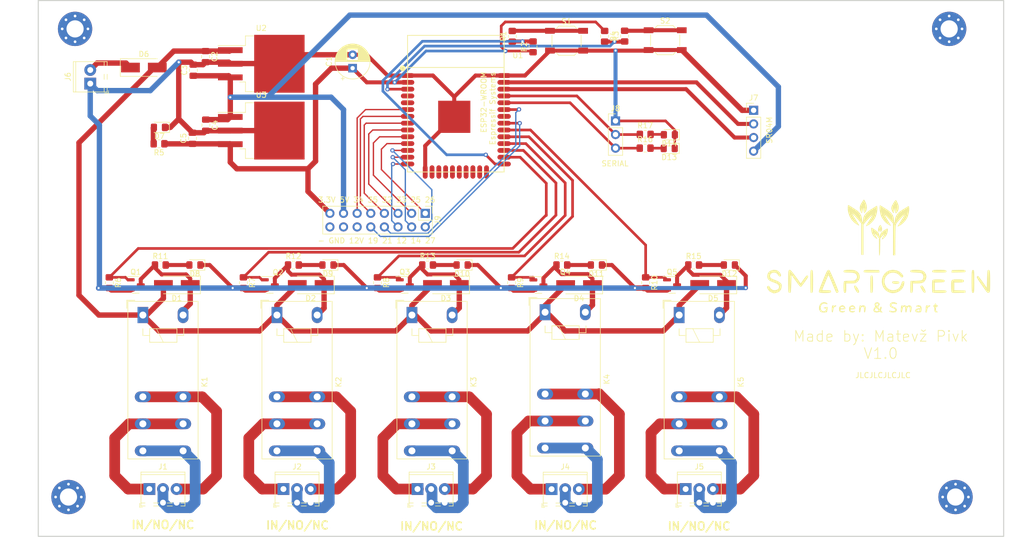
<source format=kicad_pcb>
(kicad_pcb (version 20211014) (generator pcbnew)
  (layers (0 "F.Cu" signal) (31 "B.Cu" signal) (34 "B.Paste" user) (35 "F.Paste" user) (36 "B.SilkS" user "B.Silkscreen") (37 "F.SilkS" user "F.Silkscreen") (38 "B.Mask" user) (39 "F.Mask" user) (44 "Edge.Cuts" user))
  (net 0 "")
  (net 1 "+3V3")
  (net 2 "GND")
  (net 3 "Net-(J1-Pad2)")
  (net 4 "VDD")
  (net 5 "/IO0")
  (net 6 "+5V")
  (net 7 "Net-(D1-Pad1)")
  (net 8 "Net-(D2-Pad1)")
  (net 9 "Net-(D3-Pad1)")
  (net 10 "Net-(D4-Pad1)")
  (net 11 "Net-(D5-Pad1)")
  (net 12 "Net-(D7-Pad2)")
  (net 13 "Net-(J1-Pad1)")
  (net 14 "Net-(J1-Pad3)")
  (net 15 "Net-(J2-Pad1)")
  (net 16 "Net-(J2-Pad2)")
  (net 17 "Net-(J2-Pad3)")
  (net 18 "Net-(J3-Pad1)")
  (net 19 "Net-(J3-Pad2)")
  (net 20 "Net-(J3-Pad3)")
  (net 21 "Net-(J4-Pad1)")
  (net 22 "Net-(J4-Pad2)")
  (net 23 "Net-(J4-Pad3)")
  (net 24 "Net-(J5-Pad1)")
  (net 25 "Net-(J5-Pad2)")
  (net 26 "Net-(J5-Pad3)")
  (net 27 "/Relay1")
  (net 28 "/Relay2")
  (net 29 "/Relay3")
  (net 30 "/Relay4")
  (net 31 "/Relay5")
  (net 32 "Net-(R1-Pad2)")
  (net 33 "Net-(R3-Pad2)")
  (net 34 "Net-(D6-Pad1)")
  (net 35 "/EN")
  (net 36 "Net-(D10-Pad2)")
  (net 38 "Net-(D11-Pad2)")
  (net 48 "Net-(D12-Pad2)")
  (net 49 "Net-(D13-Pad2)")
  (net 50 "Net-(D14-Pad2)")
  (net 51 "/IO34")
  (net 52 "/IO35")
  (net 53 "/IO32")
  (net 54 "/IO33")
  (net 55 "/IO25")
  (net 56 "/IO26")
  (net 59 "/Echo")
  (net 60 "/Trig")
  (net 61 "/TX")
  (net 62 "/RX")
  (net 63 "Net-(D8-Pad2)")
  (net 64 "Net-(D9-Pad2)")
  (net 65 "/IO27")
  (net 66 "/IO14")
  (net 67 "/IO12")
  (net 68 "/IO19")
  (net 69 "/IO21")
  (footprint "Relay_THT:Relay_SPDT_Schrack-RT1-16A-FormC_RM5mm" (layer "F.Cu") (at 64.5 78.7 -90)
    (fp_text reference "K2")
    (fp_text value "RT314A12")
  )
  (footprint "Connector_PinHeader_2.54mm:PinHeader_1x03_P2.54mm_Vertical" (layer "F.Cu") (at 127.63 42.47)
    (fp_text reference "J8")
    (fp_text value "Conn_01x03_Male")
  )
  (footprint "Resistor_SMD:R_0805_2012Metric_Pad1.20x1.40mm_HandSolder" (layer "F.Cu") (at 42.7575 69.36)
    (fp_text reference "R11")
    (fp_text value "470")
  )
  (footprint "LED_SMD:LED_0805_2012Metric_Pad1.15x1.40mm_HandSolder" (layer "F.Cu") (at 74.011668 69.36 180)
    (fp_text reference "D9")
    (fp_text value "LED")
  )
  (footprint "MountingHole:MountingHole_3.2mm_M3_Pad_Via" (layer "F.Cu") (at 26.86 25.29)
    (fp_text reference " ")
    (fp_text value "MountingHole_3.2mm_M3_Pad_Via")
  )
  (footprint "Package_TO_SOT_SMD:SOT-23" (layer "F.Cu") (at 88.34 73.07)
    (fp_text reference "Q3")
    (fp_text value "AO3400A")
  )
  (footprint "LED_SMD:LED_0805_2012Metric_Pad1.15x1.40mm_HandSolder" (layer "F.Cu") (at 49.199168 69.36 180)
    (fp_text reference "D8")
    (fp_text value "LED")
  )
  (footprint "Package_TO_SOT_SMD:SOT-23" (layer "F.Cu") (at 113.25 73.09)
    (fp_text reference "Q4")
    (fp_text value "AO3400A")
  )
  (footprint "TerminalBlock_Phoenix:TerminalBlock_Phoenix_MPT-0,5-3-2.54_1x03_P2.54mm_Horizontal" (layer "F.Cu") (at 115.71 111.19)
    (fp_text reference "J4")
    (fp_text value "Relay_Terminal")
  )
  (footprint "Capacitor_THT:CP_Radial_D6.3mm_P2.50mm" (layer "F.Cu") (at 78.61 32.62238 90)
    (fp_text reference "C1")
    (fp_text value "100uF")
  )
  (footprint "Relay_THT:Relay_SPDT_Schrack-RT1-16A-FormC_RM5mm" (layer "F.Cu") (at 89.67 78.7 -90)
    (fp_text reference "K3")
    (fp_text value "RT314A12")
  )
  (footprint "Relay_THT:Relay_SPDT_Schrack-RT1-16A-FormC_RM5mm" (layer "F.Cu") (at 39.5 78.7 -90)
    (fp_text reference "K1")
    (fp_text value "RT314A12")
  )
  (footprint "Diode_SMD:D_SMA_Handsoldering" (layer "F.Cu") (at 70.79 73.07 180)
    (fp_text reference "D2")
    (fp_text value "DIODE")
  )
  (footprint "TerminalBlock_Phoenix:TerminalBlock_Phoenix_MPT-0,5-2-2.54_1x02_P2.54mm_Horizontal" (layer "F.Cu") (at 29.6889 35.5062 90)
    (fp_text reference "J6")
    (fp_text value "Power_Screw_Terminal")
  )
  (footprint "MountingHole:MountingHole_3.2mm_M3_Pad_Via" (layer "F.Cu") (at 25.63 112.66)
    (fp_text reference " ")
    (fp_text value "MountingHole_3.2mm_M3_Pad_Via")
  )
  (footprint "Package_TO_SOT_SMD:SOT-23" (layer "F.Cu") (at 138.17 73.07)
    (fp_text reference "Q5")
    (fp_text value "AO3400A")
  )
  (footprint "Diode_SMD:D_SMA_Handsoldering" (layer "F.Cu") (at 145.83 73.07 180)
    (fp_text reference "D5")
    (fp_text value "DIODE")
  )
  (footprint "Resistor_SMD:R_0805_2012Metric_Pad1.20x1.40mm_HandSolder" (layer "F.Cu") (at 108.25 72.66 -90)
    (fp_text reference "R9")
    (fp_text value "10k")
  )
  (footprint "Resistor_SMD:R_0805_2012Metric_Pad1.20x1.40mm_HandSolder" (layer "F.Cu") (at 108.38 26.68 90)
    (fp_text reference "R1")
    (fp_text value "1k")
  )
  (footprint "Capacitor_SMD:C_0805_2012Metric_Pad1.18x1.45mm_HandSolder" (layer "F.Cu") (at 51.2489 43.2612 -90)
    (fp_text reference "C4")
    (fp_text value "10uF")
  )
  (footprint "Resistor_SMD:R_0805_2012Metric_Pad1.20x1.40mm_HandSolder" (layer "F.Cu") (at 129.33 26.64 90)
    (fp_text reference "R3")
    (fp_text value "1k")
  )
  (footprint "Capacitor_SMD:C_0805_2012Metric_Pad1.18x1.45mm_HandSolder" (layer "F.Cu") (at 48.9173 33.0025 90)
    (fp_text reference "C3")
    (fp_text value "10uF")
  )
  (footprint "Relay_THT:Relay_SPDT_Schrack-RT1-16A-FormC_RM5mm" (layer "F.Cu") (at 139.5 78.7 -90)
    (fp_text reference "K5")
    (fp_text value "RT314A12")
  )
  (footprint "Relay_THT:Relay_SPDT_Schrack-RT1-16A-FormC_RM5mm" (layer "F.Cu") (at 114.5 78.17 -90)
    (fp_text reference "K4")
    (fp_text value "RT314A12")
  )
  (footprint "Resistor_SMD:R_0805_2012Metric_Pad1.20x1.40mm_HandSolder" (layer "F.Cu") (at 112.25 28.64 90)
    (fp_text reference "R2")
    (fp_text value "10k")
  )
  (footprint "Button_Switch_SMD:SW_SPST_SKQG_WithoutStem" (layer "F.Cu") (at 136.89 27.39)
    (fp_text reference "S2")
    (fp_text value "Reset_button")
  )
  (footprint "Button_Switch_SMD:SW_SPST_SKQG_WithoutStem" (layer "F.Cu") (at 118.5 27.5)
    (fp_text reference "S1")
    (fp_text value "Flash_button")
  )
  (footprint "Capacitor_SMD:C_0805_2012Metric_Pad1.18x1.45mm_HandSolder" (layer "F.Cu") (at 48.7589 45.7112 90)
    (fp_text reference "C5")
    (fp_text value "10uF")
  )
  (footprint "Diode_SMD:D_SMA_Handsoldering" (layer "F.Cu") (at 120.83 73.09 180)
    (fp_text reference "D4")
    (fp_text value "DIODE")
  )
  (footprint "TerminalBlock_Phoenix:TerminalBlock_Phoenix_MPT-0,5-3-2.54_1x03_P2.54mm_Horizontal" (layer "F.Cu") (at 40.71 111.17)
    (fp_text reference "J1")
    (fp_text value "Relay_Terminal")
  )
  (footprint "Diode_SMD:D_SMA_Handsoldering" (layer "F.Cu") (at 39.6889 32.5062)
    (fp_text reference "D6")
    (fp_text value "DIODE")
  )
  (footprint "Resistor_SMD:R_0805_2012Metric_Pad1.20x1.40mm_HandSolder" (layer "F.Cu") (at 42.5189 46.7312 180)
    (fp_text reference "R5")
    (fp_text value "50")
  )
  (footprint "Resistor_SMD:R_0805_2012Metric_Pad1.20x1.40mm_HandSolder" (layer "F.Cu") (at 142.200826 69.36)
    (fp_text reference "R15")
    (fp_text value "470")
  )
  (footprint "Package_TO_SOT_SMD:TO-263-3_TabPin2" (layer "F.Cu") (at 61.5789 44.2712)
    (fp_text reference "U3")
    (fp_text value "LM3940")
  )
  (footprint "MountingHole:MountingHole_3.2mm_M3_Pad_Via" (layer "F.Cu") (at 191.03 112.66)
    (fp_text reference " ")
    (fp_text value "MountingHole_3.2mm_M3_Pad_Via")
  )
  (footprint "LED_SMD:LED_0805_2012Metric_Pad1.15x1.40mm_HandSolder" (layer "F.Cu") (at 137.67 45.05 180)
    (fp_text reference "D14")
    (fp_text value "LED")
  )
  (footprint "ESP32-footprints-Lib:ESP32-WROOM" (layer "F.Cu") (at 97.86 39.25 180)
    (fp_text reference "U1")
    (fp_text value "ESP32-WROOM")
  )
  (footprint "Resistor_SMD:R_0805_2012Metric_Pad1.20x1.40mm_HandSolder" (layer "F.Cu") (at 133.25 72.66 -90)
    (fp_text reference "R10")
    (fp_text value "10k")
  )
  (footprint "LED_SMD:LED_0805_2012Metric_Pad1.15x1.40mm_HandSolder" (layer "F.Cu") (at 148.8575 69.36 180)
    (fp_text reference "D12")
    (fp_text value "LED")
  )
  (footprint "TerminalBlock_Phoenix:TerminalBlock_Phoenix_MPT-0,5-3-2.54_1x03_P2.54mm_Horizontal" (layer "F.Cu") (at 65.71 111.17)
    (fp_text reference "J2")
    (fp_text value "Relay_Terminal")
  )
  (footprint "Connector_PinHeader_2.54mm:PinHeader_1x04_P2.54mm_Vertical" (layer "F.Cu") (at 153.38 40.49)
    (fp_text reference "J7")
    (fp_text value "Conn_01x04_Female")
  )
  (footprint "Resistor_SMD:R_0805_2012Metric_Pad1.20x1.40mm_HandSolder" (layer "F.Cu") (at 117.62 69.36)
    (fp_text reference "R14")
    (fp_text value "470")
  )
  (footprint "Resistor_SMD:R_0805_2012Metric_Pad1.20x1.40mm_HandSolder" (layer "F.Cu") (at 58.25 72.66 -90)
    (fp_text reference "R7")
    (fp_text value "10k")
  )
  (footprint "Package_TO_SOT_SMD:SOT-23" (layer "F.Cu") (at 38.17 73.07)
    (fp_text reference "Q1")
    (fp_text value "AO3400A")
  )
  (footprint "Diode_SMD:D_SMA_Handsoldering" (layer "F.Cu") (at 45.83 73.07 180)
    (fp_text reference "D1")
    (fp_text value "DIODE")
  )
  (footprint "TerminalBlock_Phoenix:TerminalBlock_Phoenix_MPT-0,5-3-2.54_1x03_P2.54mm_Horizontal" (layer "F.Cu") (at 90.71 111.17)
    (fp_text reference "J3")
    (fp_text value "Relay_Terminal")
  )
  (footprint "Resistor_SMD:R_0805_2012Metric_Pad1.20x1.40mm_HandSolder" (layer "F.Cu") (at 133.15 47.55)
    (fp_text reference "R16")
    (fp_text value "50")
  )
  (footprint "TerminalBlock_Phoenix:TerminalBlock_Phoenix_MPT-0,5-3-2.54_1x03_P2.54mm_Horizontal" (layer "F.Cu") (at 140.71 111.17)
    (fp_text reference "J5")
    (fp_text value "Relay_Terminal")
  )
  (footprint "Diode_SMD:D_SMA_Handsoldering" (layer "F.Cu") (at 96 73.07 180)
    (fp_text reference "D3")
    (fp_text value "DIODE")
  )
  (footprint "Resistor_SMD:R_0805_2012Metric_Pad1.20x1.40mm_HandSolder" (layer "F.Cu") (at 125.6 26.67 -90)
    (fp_text reference "R4")
    (fp_text value "10k")
  )
  (footprint "LED_SMD:LED_0805_2012Metric_Pad1.15x1.40mm_HandSolder" (layer "F.Cu") (at 99.031668 69.36 180)
    (fp_text reference "D10")
    (fp_text value "LED")
  )
  (footprint "Connector_PinHeader_2.54mm:PinHeader_2x08_P2.54mm_Vertical" (layer "F.Cu") (at 92.155 59.715 -90)
    (fp_text reference "J9")
    (fp_text value "Conn_2Rows-15Pins")
  )
  (footprint "MountingHole:MountingHole_3.2mm_M3_Pad_Via" (layer "F.Cu") (at 189.84 25.29)
    (fp_text reference " ")
    (fp_text value "MountingHole_3.2mm_M3_Pad_Via")
  )
  (footprint "LED_SMD:LED_0805_2012Metric_Pad1.15x1.40mm_HandSolder" (layer "F.Cu") (at 42.5889 43.6712 180)
    (fp_text reference "D7")
    (fp_text value "LED")
  )
  (footprint "Package_TO_SOT_SMD:TO-263-3_TabPin2" (layer "F.Cu") (at 61.5789 31.8012)
    (fp_text reference "U2")
    (fp_text value "L7805")
  )
  (footprint "LED_SMD:LED_0805_2012Metric_Pad1.15x1.40mm_HandSolder" (layer "F.Cu") (at 124.061668 69.36 180)
    (fp_text reference "D11")
    (fp_text value "LED")
  )
  (footprint "Capacitor_SMD:C_0805_2012Metric_Pad1.18x1.45mm_HandSolder" (layer "F.Cu") (at 51.1889 30.4687 -90)
    (fp_text reference "C2")
    (fp_text value "10uF")
  )
  (footprint "Resistor_SMD:R_0805_2012Metric_Pad1.20x1.40mm_HandSolder" (layer "F.Cu") (at 33.25 72.66 -90)
    (fp_text reference "R6")
    (fp_text value "10k")
  )
  (footprint "Resistor_SMD:R_0805_2012Metric_Pad1.20x1.40mm_HandSolder" (layer "F.Cu") (at 83.25 72.66 -90)
    (fp_text reference "R8")
    (fp_text value "10k")
  )
  (footprint "LED_SMD:LED_0805_2012Metric_Pad1.15x1.40mm_HandSolder" (layer "F.Cu") (at 137.6425 47.6 180)
    (fp_text reference "D13")
    (fp_text value "LED")
  )
  (footprint "Graphics:smartgreen-logo" (layer "F.Cu") (at 176.661558 67.127404)
    (fp_text reference " ")
    (fp_text value "LOGO" hide)
  )
  (footprint "Resistor_SMD:R_0805_2012Metric_Pad1.20x1.40mm_HandSolder" (layer "F.Cu") (at 67.57 69.36)
    (fp_text reference "R12")
    (fp_text value "470")
  )
  (footprint "Resistor_SMD:R_0805_2012Metric_Pad1.20x1.40mm_HandSolder" (layer "F.Cu") (at 133.17 44.98)
    (fp_text reference "R17")
    (fp_text value "50")
  )
  (footprint "Package_TO_SOT_SMD:SOT-23" (layer "F.Cu") (at 63.17 73.07)
    (fp_text reference "Q2")
    (fp_text value "AO3400A")
  )
  (footprint "Resistor_SMD:R_0805_2012Metric_Pad1.20x1.40mm_HandSolder" (layer "F.Cu") (at 92.59 69.36)
    (fp_text reference "R13")
    (fp_text value "470")
  )
  (gr_rect (start 20 20) (end 200 120) (layer "Edge.Cuts") (width 0.2) (fill none))
  (gr_text "SERIAL" (at 127.54 50.43) (layer "F.SilkS") (effects (font (size 1 1))))
  (gr_text "JLCJLCJLCJLC" (at 177.5 89.95) (layer "F.SilkS") (effects (font (size 1 1))))
  (gr_text "IN/NO/NC" (at 68.32 117.94) (layer "F.SilkS") (effects (font (size 1.5 1.5) (thickness 0.3))))
  (gr_text "3.3V 5V 34 35 32 33 25 26\n" (at 83.09 57.19) (layer "F.SilkS") (effects (font (size 1 1))))
  (gr_text "SR04M" (at 156.33 44.2 90) (layer "F.SilkS") (effects (font (size 1 1))))
  (gr_text "IN/NO/NC" (at 143.21 118.12) (layer "F.SilkS") (effects (font (size 1.5 1.5) (thickness 0.3))))
  (gr_text "IN/NO/NC" (at 43.24 117.85) (layer "F.SilkS") (effects (font (size 1.5 1.5) (thickness 0.3))))
  (gr_text "- GND 12V 19 21 12 14 27" (at 83.09 64.81) (layer "F.SilkS") (effects (font (size 1 1))))
  (gr_text "Made by: Matevž Pivk\nV1.0" (at 177.091558 84.267404) (layer "F.SilkS") (effects (font (size 2 2))))
  (gr_text "IN/NO/NC" (at 93.32 118.12) (layer "F.SilkS") (effects (font (size 1.5 1.5) (thickness 0.3))))
  (gr_text "IN/NO/NC" (at 118.31 117.94) (layer "F.SilkS") (effects (font (size 1.5 1.5) (thickness 0.3))))
  (segment (start 57.02 51.4) (end 55.8039 50.1839) (width 1) (layer "F.Cu") (net 1))
  (segment (start 78.61 32.62238) (end 74.66762 32.62238) (width 1) (layer "F.Cu") (net 1))
  (segment (start 106.32 24.75) (end 107.07 24) (width 0.5) (layer "F.Cu") (net 1))
  (segment (start 43.5364 46.7487) (end 43.5189 46.7312) (width 1) (layer "F.Cu") (net 1))
  (segment (start 123.93 24) (end 125.6 25.67) (width 0.5) (layer "F.Cu") (net 1))
  (segment (start 48.7589 46.7487) (end 43.5364 46.7487) (width 1) (layer "F.Cu") (net 1))
  (segment (start 107.07 24) (end 123.93 24) (width 0.5) (layer "F.Cu") (net 1))
  (segment (start 88.86 35.27) (end 86.45 35.27) (width 0.75) (layer "F.Cu") (net 1))
  (segment (start 112.03 29.42) (end 112.25 29.64) (width 0.5) (layer "F.Cu") (net 1))
  (segment (start 48.7589 46.7487) (end 55.7414 46.7487) (width 1) (layer "F.Cu") (net 1))
  (segment (start 55.8039 50.1839) (end 55.8039 46.8112) (width 1) (layer "F.Cu") (net 1))
  (segment (start 71.7 35.59) (end 71.7 49.99) (width 1) (layer "F.Cu") (net 1))
  (segment (start 48.8214 46.8112) (end 48.7589 46.7487) (width 1) (layer "F.Cu") (net 1))
  (segment (start 78.61 32.62238) (end 81.25762 35.27) (width 0.75) (layer "F.Cu") (net 1))
  (segment (start 81.25762 35.27) (end 86.45 35.27) (width 0.75) (layer "F.Cu") (net 1))
  (segment (start 74.66762 32.62238) (end 71.7 35.59) (width 1) (layer "F.Cu") (net 1))
  (segment (start 70.29 55.63) (end 74.375 59.715) (width 1) (layer "F.Cu") (net 1))
  (segment (start 107.1 29.42) (end 112.03 29.42) (width 0.5) (layer "F.Cu") (net 1))
  (segment (start 70.29 51.4) (end 70.29 55.63) (width 1) (layer "F.Cu") (net 1))
  (segment (start 70.29 51.4) (end 57.02 51.4) (width 1) (layer "F.Cu") (net 1))
  (segment (start 55.8039 46.8112) (end 55.7414 46.7487) (width 1) (layer "F.Cu") (net 1))
  (segment (start 107.1 29.42) (end 106.32 28.64) (width 0.5) (layer "F.Cu") (net 1))
  (segment (start 106.32 28.64) (end 106.32 24.75) (width 0.5) (layer "F.Cu") (net 1))
  (segment (start 71.7 49.99) (end 70.29 51.4) (width 1) (layer "F.Cu") (net 1))
  (via (at 86.45 35.27) (size 0.8) (drill 0.4) (layers "F.Cu" "B.Cu") (net 1))
  (via (at 107.1 29.42) (size 0.8) (drill 0.4) (layers "F.Cu" "B.Cu") (net 1))
  (segment (start 92.3 29.42) (end 107.1 29.42) (width 0.5) (layer "B.Cu") (net 1))
  (segment (start 86.45 35.27) (end 92.3 29.42) (width 0.5) (layer "B.Cu") (net 1))
  (segment (start 86.45 35.27) (end 86.43 35.29) (width 0.75) (layer "B.Cu") (net 1))
  (segment (start 50.8739 44.6737) (end 51.2489 44.2987) (width 1) (layer "F.Cu") (net 2))
  (segment (start 55.7764 44.2987) (end 55.8039 44.2712) (width 1) (layer "F.Cu") (net 2))
  (segment (start 75.036668 69.36) (end 76.95 69.36) (width 0.75) (layer "F.Cu") (net 2))
  (segment (start 44.6214 43.6712) (end 46.1889 42.1037) (width 1) (layer "F.Cu") (net 2))
  (segment (start 126.95 69.36) (end 131.25 73.66) (width 0.75) (layer "F.Cu") (net 2))
  (segment (start 100.056668 69.36) (end 101.95 69.36) (width 0.75) (layer "F.Cu") (net 2))
  (segment (start 133.61 74.02) (end 133.25 73.66) (width 0.5) (layer "F.Cu") (net 2))
  (segment (start 81.25 73.66) (end 83.25 73.66) (width 1) (layer "F.Cu") (net 2))
  (segment (start 106.86 34) (end 110.75 34) (width 0.75) (layer "F.Cu") (net 2))
  (segment (start 136.96 42.47) (end 127.63 42.47) (width 0.5) (layer "F.Cu") (net 2))
  (segment (start 78.61 30.12238) (end 66.63272 30.12238) (width 1) (layer "F.Cu") (net 2))
  (segment (start 138.695 45.05) (end 138.695 44.205) (width 0.5) (layer "F.Cu") (net 2))
  (segment (start 137.2325 74.02) (end 133.61 74.02) (width 1) (layer "F.Cu") (net 2))
  (segment (start 55.7915 31.7618) (end 64.9415 31.7618) (width 1) (layer "F.Cu") (net 2))
  (segment (start 125.086668 69.36) (end 126.95 69.36) (width 0.75) (layer "F.Cu") (net 2))
  (segment (start 50.7301 31.965) (end 51.1889 31.5062) (width 1) (layer "F.Cu") (net 2))
  (segment (start 151.91 71.3875) (end 149.8825 69.36) (width 0.75) (layer "F.Cu") (net 2))
  (segment (start 121.6 29.35) (end 127.64 29.35) (width 0.75) (layer "F.Cu") (net 2))
  (segment (start 66.63272 30.12238) (end 64.9539 31.8012) (width 1) (layer "F.Cu") (net 2))
  (segment (start 51.95 69.36) (end 56.25 73.66) (width 0.75) (layer "F.Cu") (net 2))
  (segment (start 48.7589 44.6737) (end 50.8739 44.6737) (width 1) (layer "F.Cu") (net 2))
  (segment (start 97.56 37.97) (end 101.53 34) (width 0.75) (layer "F.Cu") (net 2))
  (segment (start 83.61 74.02) (end 83.25 73.66) (width 0.5) (layer "F.Cu") (net 2))
  (segment (start 101.53 34) (end 106.86 34) (width 0.75) (layer "F.Cu") (net 2))
  (segment (start 138.6675 45.0775) (end 138.695 45.05) (width 0.5) (layer "F.Cu") (net 2))
  (segment (start 46.1889 31.5062) (end 46.1889 42.1037) (width 1) (layer "F.Cu") (net 2))
  (segment (start 106.25 73.66) (end 108.25 73.66) (width 1) (layer "F.Cu") (net 2))
  (segment (start 92.145 47.115) (end 92.145 52) (width 0.75) (layer "F.Cu") (net 2))
  (segment (start 97.56 37.97) (end 93.59 34) (width 0.75) (layer "F.Cu") (net 2))
  (segment (start 97.56 41.7) (end 97.57 41.7) (width 0.75) (layer "F.Cu") (net 2))
  (segment (start 62.2325 74.02) (end 58.61 74.02) (width 1) (layer "F.Cu") (net 2))
  (segment (start 97.57 41.7) (end 97.61 41.66) (width 0.75) (layer "F.Cu") (net 2))
  (segment (start 43.6139 43.6712) (end 44.6214 43.6712) (width 1) (layer "F.Cu") (net 2))
  (segment (start 56.25 73.66) (end 58.25 73.66) (width 1) (layer "F.Cu") (net 2))
  (segment (start 85.13 34) (end 81.25238 30.12238) (width 0.75) (layer "F.Cu") (net 2))
  (segment (start 46.1889 31.5062) (end 48.4585 31.5062) (width 1) (layer "F.Cu") (net 2))
  (segment (start 37.2325 74.02) (end 33.61 74.02) (width 1) (layer "F.Cu") (net 2))
  (segment (start 133.68 29.35) (end 133.79 29.24) (width 0.75) (layer "F.Cu") (net 2))
  (segment (start 48.4585 31.5062) (end 48.9173 31.965) (width 1) (layer "F.Cu") (net 2))
  (segment (start 51.1889 31.5062) (end 55.5089 31.5062) (width 1) (layer "F.Cu") (net 2))
  (segment (start 131.25 73.66) (end 133.25 73.66) (width 1) (layer "F.Cu") (net 2))
  (segment (start 138.6675 47.6) (end 138.6675 45.0775) (width 0.5) (layer "F.Cu") (net 2))
  (segment (start 151.24 40.49) (end 139.99 29.24) (width 1) (layer "F.Cu") (net 2))
  (segment (start 81.25238 30.12238) (end 78.61 30.12238) (width 0.75) (layer "F.Cu") (net 2))
  (segment (start 50.224168 69.36) (end 51.95 69.36) (width 0.75) (layer "F.Cu") (net 2))
  (segment (start 64.9539 31.8012) (end 64.9539 31.7742) (width 0.75) (layer "F.Cu") (net 2))
  (segment (start 87.4025 74.02) (end 83.61 74.02) (width 1) (layer "F.Cu") (net 2))
  (segment (start 31.25 73.66) (end 33.25 73.66) (width 1) (layer "F.Cu") (net 2))
  (segment (start 127.64 29.35) (end 133.68 29.35) (width 0.75) (layer "F.Cu") (net 2))
  (segment (start 151.91 73.63) (end 151.91 71.3875) (width 0.75) (layer "F.Cu") (net 2))
  (segment (start 33.61 74.02) (end 33.25 73.66) (width 0.5) (layer "F.Cu") (net 2))
  (segment (start 112.3125 74.04) (end 108.63 74.04) (width 1) (layer "F.Cu") (net 2))
  (segment (start 64.9539 31.7742) (end 64.9415 31.7618) (width 0.75) (layer "F.Cu") (net 2))
  (segment (start 108.63 74.04) (end 108.25 73.66) (width 0.5) (layer "F.Cu") (net 2))
  (segment (start 88.86 34) (end 85.13 34) (width 0.75) (layer "F.Cu") (net 2))
  (segment (start 115.4 29.35) (end 121.6 29.35) (width 0.75) (layer "F.Cu") (net 2))
  (segment (start 93.59 34) (end 88.86 34) (width 0.75) (layer "F.Cu") (net 2))
  (segment (start 76.95 69.36) (end 81.25 73.66) (width 0.75) (layer "F.Cu") (net 2))
  (segment (start 58.61 74.02) (end 58.25 73.66) (width 0.5) (layer "F.Cu") (net 2))
  (segment (start 55.5089 31.5062) (end 55.8039 31.8012) (width 1) (layer "F.Cu") (net 2))
  (segment (start 97.56 41.7) (end 97.56 37.97) (width 0.75) (layer "F.Cu") (net 2))
  (segment (start 48.9173 31.965) (end 50.7301 31.965) (width 1) (layer "F.Cu") (net 2))
  (segment (start 51.2489 44.2987) (end 55.7764 44.2987) (width 1) (layer "F.Cu") (net 2))
  (segment (start 138.695 44.205) (end 136.96 42.47) (width 0.5) (layer "F.Cu") (net 2))
  (segment (start 46.1889 42.1037) (end 48.7589 44.6737) (width 1) (layer "F.Cu") (net 2))
  (segment (start 127.64 42.46) (end 127.63 42.47) (width 0.75) (layer "F.Cu") (net 2))
  (segment (start 101.95 69.36) (end 106.25 73.66) (width 0.75) (layer "F.Cu") (net 2))
  (segment (start 153.38 40.49) (end 151.24 40.49) (width 1) (layer "F.Cu") (net 2))
  (segment (start 133.79 29.24) (end 139.99 29.24) (width 0.75) (layer "F.Cu") (net 2))
  (segment (start 55.8039 44.2712) (end 64.9539 44.2712) (width 1) (layer "F.Cu") (net 2))
  (segment (start 97.56 41.7) (end 92.145 47.115) (width 0.75) (layer "F.Cu") (net 2))
  (segment (start 110.75 34) (end 115.4 29.35) (width 0.75) (layer "F.Cu") (net 2))
  (via (at 46.1889 31.5062) (size 0.8) (drill 0.4) (layers "F.Cu" "B.Cu") (net 2))
  (via (at 127.64 29.35) (size 0.8) (drill 0.4) (layers "F.Cu" "B.Cu") (net 2))
  (via (at 151.91 73.63) (size 0.8) (drill 0.4) (layers "F.Cu" "B.Cu") (net 2))
  (via (at 31.25 73.66) (size 0.8) (drill 0.4) (layers "F.Cu" "B.Cu") (net 2))
  (via (at 131.25 73.66) (size 0.8) (drill 0.4) (layers "F.Cu" "B.Cu") (net 2))
  (via (at 106.25 73.66) (size 0.8) (drill 0.4) (layers "F.Cu" "B.Cu") (net 2))
  (via (at 81.25 73.66) (size 0.8) (drill 0.4) (layers "F.Cu" "B.Cu") (net 2))
  (via (at 56.25 73.66) (size 0.8) (drill 0.4) (layers "F.Cu" "B.Cu") (net 2))
  (via (at 46.1889 31.5062) (size 0.8) (drill 0.4) (layers "F.Cu" "B.Cu") (net 2))
  (segment (start 31.25 73.66) (end 31.3989 73.5111) (width 1) (layer "B.Cu") (net 2))
  (segment (start 29.6889 35.5062) (end 30.988421 36.805721) (width 1) (layer "B.Cu") (net 2))
  (segment (start 31.3989 73.5111) (end 31.3989 43.2362) (width 1) (layer "B.Cu") (net 2))
  (segment (start 40.889379 36.805721) (end 46.1889 31.5062) (width 1) (layer "B.Cu") (net 2))
  (segment (start 127.63 29.36) (end 127.63 42.47) (width 0.75) (layer "B.Cu") (net 2))
  (segment (start 151.88 73.66) (end 151.91 73.63) (width 0.75) (layer "B.Cu") (net 2))
  (segment (start 127.64 29.35) (end 127.63 29.36) (width 0.75) (layer "B.Cu") (net 2))
  (segment (start 106.25 73.66) (end 131.25 73.66) (width 1) (layer "B.Cu") (net 2))
  (segment (start 56.25 73.66) (end 81.25 73.66) (width 1) (layer "B.Cu") (net 2))
  (segment (start 30.988421 36.805721) (end 40.889379 36.805721) (width 1) (layer "B.Cu") (net 2))
  (segment (start 29.6889 41.5262) (end 29.6889 35.5062) (width 1) (layer "B.Cu") (net 2))
  (segment (start 81.25 73.66) (end 106.25 73.66) (width 1) (layer "B.Cu") (net 2))
  (segment (start 131.25 73.66) (end 151.88 73.66) (width 0.75) (layer "B.Cu") (net 2))
  (segment (start 31.3989 43.2362) (end 29.6889 41.5262) (width 1) (layer "B.Cu") (net 2))
  (segment (start 31.25 73.66) (end 56.25 73.66) (width 1) (layer "B.Cu") (net 2))
  (segment (start 48.25 114.66) (end 49.25 113.66) (width 2) (layer "B.Cu") (net 3))
  (segment (start 43.25 113.66) (end 44.25 114.66) (width 2) (layer "B.Cu") (net 3))
  (segment (start 43.25 111.17) (end 43.25 113.66) (width 2) (layer "B.Cu") (net 3))
  (segment (start 49.25 106.29) (end 47 104.04) (width 2) (layer "B.Cu") (net 3))
  (segment (start 49.25 113.66) (end 49.25 106.29) (width 2) (layer "B.Cu") (net 3))
  (segment (start 44.25 114.66) (end 48.25 114.66) (width 2) (layer "B.Cu") (net 3))
  (segment (start 47 104.04) (end 39.5 104.04) (width 2) (layer "B.Cu") (net 3))
  (segment (start 39.5 78.7) (end 42.46 81.66) (width 1) (layer "F.Cu") (net 4))
  (segment (start 43.33 75.58) (end 43.33 73.07) (width 1) (layer "F.Cu") (net 4))
  (segment (start 64.5 78.7) (end 64.5 78.91) (width 1) (layer "F.Cu") (net 4))
  (segment (start 89.67 78.7) (end 89.67 76.9) (width 1) (layer "F.Cu") (net 4))
  (segment (start 40.21 78.7) (end 43.33 75.58) (width 1) (layer "F.Cu") (net 4))
  (segment (start 139.5 76.9) (end 143.33 73.07) (width 1) (layer "F.Cu") (net 4))
  (segment (start 55.5821 29.4312) (end 55.7915 29.2218) (width 0.5) (layer "F.Cu") (net 4))
  (segment (start 111.25 81.66) (end 114.5 78.41) (width 1) (layer "F.Cu") (net 4))
  (segment (start 67.46 81.66) (end 86.71 81.66) (width 1) (layer "F.Cu") (net 4))
  (segment (start 41.6138 32.5062) (end 27.59 46.53) (width 1) (layer "F.Cu") (net 4))
  (segment (start 55.6339 29.4312) (end 55.8039 29.2612) (width 1) (layer "F.Cu") (net 4))
  (segment (start 64.5 78.7) (end 64.5 76.86) (width 1) (layer "F.Cu") (net 4))
  (segment (start 86.71 81.66) (end 89.67 78.7) (width 1) (layer "F.Cu") (net 4))
  (segment (start 27.59 75) (end 31.29 78.7) (width 1) (layer "F.Cu") (net 4))
  (segment (start 64.5 78.7) (end 67.46 81.66) (width 1) (layer "F.Cu") (net 4))
  (segment (start 114.5 78.17) (end 114.76 78.17) (width 1) (layer "F.Cu") (net 4))
  (segment (start 64.5 76.86) (end 68.29 73.07) (width 1) (layer "F.Cu") (net 4))
  (segment (start 90.29 78.7) (end 93.25 81.66) (width 1) (layer "F.Cu") (net 4))
  (segment (start 114.5 78.17) (end 114.5 76.92) (width 1) (layer "F.Cu") (net 4))
  (segment (start 114.5 76.92) (end 118.33 73.09) (width 1) (layer "F.Cu") (net 4))
  (segment (start 139.5 78.7) (end 139.5 76.9) (width 1) (layer "F.Cu") (net 4))
  (segment (start 42.1889 32.5062) (end 41.6138 32.5062) (width 1) (layer "F.Cu") (net 4))
  (segment (start 31.29 78.7) (end 39.5 78.7) (width 1) (layer "F.Cu") (net 4))
  (segment (start 136.54 81.66) (end 139.5 78.7) (width 1) (layer "F.Cu") (net 4))
  (segment (start 89.67 76.9) (end 93.5 73.07) (width 1) (layer "F.Cu") (net 4))
  (segment (start 89.67 78.7) (end 90.29 78.7) (width 1) (layer "F.Cu") (net 4))
  (segment (start 39.5 78.7) (end 40.21 78.7) (width 1) (layer "F.Cu") (net 4))
  (segment (start 51.1889 29.4312) (end 45.2639 29.4312) (width 1) (layer "F.Cu") (net 4))
  (segment (start 27.59 46.53) (end 27.59 75) (width 1) (layer "F.Cu") (net 4))
  (segment (start 45.2639 29.4312) (end 42.1889 32.5062) (width 1) (layer "F.Cu") (net 4))
  (segment (start 42.46 81.66) (end 61.25 81.66) (width 1) (layer "F.Cu") (net 4))
  (segment (start 93.25 81.66) (end 111.25 81.66) (width 1) (layer "F.Cu") (net 4))
  (segment (start 118.25 81.66) (end 136.54 81.66) (width 1) (layer "F.Cu") (net 4))
  (segment (start 114.76 78.17) (end 118.25 81.66) (width 1) (layer "F.Cu") (net 4))
  (segment (start 114.5 78.41) (end 114.5 78.17) (width 1) (layer "F.Cu") (net 4))
  (segment (start 51.1889 29.4312) (end 55.6339 29.4312) (width 1) (layer "F.Cu") (net 4))
  (segment (start 64.21 78.7) (end 64.5 78.7) (width 1) (layer "F.Cu") (net 4))
  (segment (start 61.25 81.66) (end 64.21 78.7) (width 1) (layer "F.Cu") (net 4))
  (segment (start 112.25 27.64) (end 110.28 27.64) (width 0.75) (layer "F.Cu") (net 5))
  (segment (start 106.86 50.51) (end 105.16 50.51) (width 0.5) (layer "F.Cu") (net 5))
  (segment (start 105.16 50.51) (end 103.44 48.79) (width 0.5) (layer "F.Cu") (net 5))
  (segment (start 108.42 27.64) (end 108.38 27.68) (width 0.75) (layer "F.Cu") (net 5))
  (segment (start 110.28 27.64) (end 108.42 27.64) (width 0.75) (layer "F.Cu") (net 5))
  (segment (start 109.35 27.66) (end 109.34 27.65) (width 0.25) (layer "F.Cu") (net 5))
  (segment (start 108.48 27.58) (end 108.38 27.68) (width 0.75) (layer "F.Cu") (net 5))
  (via (at 110.28 27.64) (size 0.8) (drill 0.4) (layers "F.Cu" "B.Cu") (net 5))
  (via (at 110.28 27.64) (size 0.8) (drill 0.4) (layers "F.Cu" "B.Cu") (net 5))
  (via (at 103.44 48.79) (size 0.8) (drill 0.4) (layers "F.Cu" "B.Cu") (net 5))
  (segment (start 96.138609 48.79) (end 84.260489 36.91188) (width 0.5) (layer "B.Cu") (net 5))
  (segment (start 84.260489 34.959511) (end 91.62 27.6) (width 0.5) (layer "B.Cu") (net 5))
  (segment (start 84.260489 36.91188) (end 84.260489 34.959511) (width 0.5) (layer "B.Cu") (net 5))
  (segment (start 103.44 48.79) (end 96.138609 48.79) (width 0.5) (layer "B.Cu") (net 5))
  (segment (start 110.24 27.6) (end 110.28 27.64) (width 0.5) (layer "B.Cu") (net 5))
  (segment (start 91.62 27.6) (end 110.24 27.6) (width 0.5) (layer "B.Cu") (net 5))
  (segment (start 48.9173 34.04) (end 55.5027 34.04) (width 1) (layer "F.Cu") (net 6))
  (segment (start 153.54 48.27) (end 153.38 48.11) (width 1) (layer "F.Cu") (net 6))
  (segment (start 51.2489 42.2237) (end 55.3114 42.2237) (width 1) (layer "F.Cu") (net 6))
  (segment (start 55.5027 34.04) (end 55.8039 34.3412) (width 1) (layer "F.Cu") (net 6))
  (segment (start 55.8039 38.0461) (end 55.8039 41.7312) (width 1) (layer "F.Cu") (net 6))
  (segment (start 55.8039 34.3412) (end 55.8039 38.0461) (width 1) (layer "F.Cu") (net 6))
  (segment (start 55.3114 42.2237) (end 55.8039 41.7312) (width 1) (layer "F.Cu") (net 6))
  (segment (start 76.84 59.64) (end 76.915 59.715) (width 1) (layer "F.Cu") (net 6))
  (via (at 55.8039 38.0461) (size 0.8) (drill 0.4) (layers "F.Cu" "B.Cu") (net 6))
  (segment (start 78.08 22.72) (end 144.61 22.72) (width 1) (layer "B.Cu") (net 6))
  (segment (start 76.915 40.355) (end 76.915 59.715) (width 1) (layer "B.Cu") (net 6))
  (segment (start 144.61 22.72) (end 158 36.11) (width 1) (layer "B.Cu") (net 6))
  (segment (start 62.7539 38.0461) (end 74.6061 38.0461) (width 1) (layer "B.Cu") (net 6))
  (segment (start 62.7539 38.0461) (end 78.08 22.72) (width 1) (layer "B.Cu") (net 6))
  (segment (start 55.8039 38.0461) (end 62.7539 38.0461) (width 1) (layer "B.Cu") (net 6))
  (segment (start 158 43.49) (end 153.38 48.11) (width 1) (layer "B.Cu") (net 6))
  (segment (start 158 36.11) (end 158 43.49) (width 1) (layer "B.Cu") (net 6))
  (segment (start 74.6061 38.0461) (end 76.915 40.355) (width 1) (layer "B.Cu") (net 6))
  (segment (start 47.56 71.12) (end 48.33 71.89) (width 0.75) (layer "F.Cu") (net 7))
  (segment (start 48.33 71.89) (end 48.33 73.07) (width 0.75) (layer "F.Cu") (net 7))
  (segment (start 39.1075 73.07) (end 39.1075 72.01) (width 0.75) (layer "F.Cu") (net 7))
  (segment (start 47 78.7) (end 47 77.91) (width 1) (layer "F.Cu") (net 7))
  (segment (start 41.7575 69.36) (end 41.7575 69.8775) (width 0.75) (layer "F.Cu") (net 7))
  (segment (start 47 77.91) (end 48.33 76.58) (width 1) (layer "F.Cu") (net 7))
  (segment (start 39.13 73.0475) (end 39.1075 73.07) (width 0.5) (layer "F.Cu") (net 7))
  (segment (start 43 71.12) (end 47.56 71.12) (width 0.75) (layer "F.Cu") (net 7))
  (segment (start 39.1075 72.01) (end 41.7575 69.36) (width 0.75) (layer "F.Cu") (net 7))
  (segment (start 48.33 76.58) (end 48.33 73.07) (width 1) (layer "F.Cu") (net 7))
  (segment (start 41.7575 69.8775) (end 43 71.12) (width 0.75) (layer "F.Cu") (net 7))
  (segment (start 64.1075 73.07) (end 64.1075 71.8225) (width 0.75) (layer "F.Cu") (net 8))
  (segment (start 64.1075 71.8225) (end 66.57 69.36) (width 0.75) (layer "F.Cu") (net 8))
  (segment (start 64.1075 73.07) (end 64.19 73.07) (width 0.5) (layer "F.Cu") (net 8))
  (segment (start 66.57 70.51) (end 67.21 71.15) (width 0.75) (layer "F.Cu") (net 8))
  (segment (start 66.57 69.36) (end 66.57 70.51) (width 0.75) (layer "F.Cu") (net 8))
  (segment (start 64.19 73.07) (end 64.22 73.04) (width 0.5) (layer "F.Cu") (net 8))
  (segment (start 73.29 77.41) (end 72 78.7) (width 1) (layer "F.Cu") (net 8))
  (segment (start 72.42 71.15) (end 73.29 72.02) (width 0.75) (layer "F.Cu") (net 8))
  (segment (start 73.29 73.07) (end 73.29 77.41) (width 1) (layer "F.Cu") (net 8))
  (segment (start 67.21 71.15) (end 72.42 71.15) (width 0.75) (layer "F.Cu") (net 8))
  (segment (start 73.29 72.02) (end 73.29 73.07) (width 0.75) (layer "F.Cu") (net 8))
  (segment (start 91.59 70.14) (end 92.57 71.12) (width 0.75) (layer "F.Cu") (net 9))
  (segment (start 98.5 72.08) (end 98.5 73.07) (width 0.75) (layer "F.Cu") (net 9))
  (segment (start 91.59 69.36) (end 91.59 70.14) (width 0.75) (layer "F.Cu") (net 9))
  (segment (start 89.2775 71.6725) (end 91.59 69.36) (width 0.75) (layer "F.Cu") (net 9))
  (segment (start 89.2775 73.07) (end 89.2775 71.6725) (width 0.75) (layer "F.Cu") (net 9))
  (segment (start 98.5 73.07) (end 98.5 77.37) (width 1) (layer "F.Cu") (net 9))
  (segment (start 92.57 71.12) (end 97.54 71.12) (width 0.75) (layer "F.Cu") (net 9))
  (segment (start 98.5 77.37) (end 97.17 78.7) (width 1) (layer "F.Cu") (net 9))
  (segment (start 97.54 71.12) (end 98.5 72.08) (width 0.75) (layer "F.Cu") (net 9))
  (segment (start 123.33 71.93) (end 123.33 73.09) (width 0.75) (layer "F.Cu") (net 10))
  (segment (start 114.1875 73.09) (end 114.1875 71.7925) (width 0.75) (layer "F.Cu") (net 10))
  (segment (start 117.56 71.06) (end 122.46 71.06) (width 0.75) (layer "F.Cu") (net 10))
  (segment (start 122.46 71.06) (end 123.33 71.93) (width 0.75) (layer "F.Cu") (net 10))
  (segment (start 114.1875 71.7925) (end 116.62 69.36) (width 0.75) (layer "F.Cu") (net 10))
  (segment (start 123.33 76.84) (end 122 78.17) (width 1) (layer "F.Cu") (net 10))
  (segment (start 123.33 73.09) (end 123.33 76.84) (width 1) (layer "F.Cu") (net 10))
  (segment (start 116.62 69.36) (end 116.62 70.12) (width 0.75) (layer "F.Cu") (net 10))
  (segment (start 116.62 70.12) (end 117.56 71.06) (width 0.75) (layer "F.Cu") (net 10))
  (segment (start 148.33 72.34) (end 148.33 73.07) (width 0.75) (layer "F.Cu") (net 11))
  (segment (start 148.33 77.37) (end 147 78.7) (width 1) (layer "F.Cu") (net 11))
  (segment (start 141.200826 69.36) (end 141.24 69.399174) (width 0.75) (layer "F.Cu") (net 11))
  (segment (start 148.33 73.07) (end 148.33 77.37) (width 1) (layer "F.Cu") (net 11))
  (segment (start 141.24 70.31) (end 142.11 71.18) (width 0.75) (layer "F.Cu") (net 11))
  (segment (start 141.24 69.399174) (end 141.24 70.31) (width 0.75) (layer "F.Cu") (net 11))
  (segment (start 139.1075 71.453326) (end 141.200826 69.36) (width 0.75) (layer "F.Cu") (net 11))
  (segment (start 142.11 71.18) (end 147.17 71.18) (width 0.75) (layer "F.Cu") (net 11))
  (segment (start 139.1075 73.07) (end 139.1075 71.453326) (width 0.75) (layer "F.Cu") (net 11))
  (segment (start 147.17 71.18) (end 148.33 72.34) (width 0.75) (layer "F.Cu") (net 11))
  (segment (start 41.5189 46.7312) (end 41.4989 46.7312) (width 1) (layer "F.Cu") (net 12))
  (segment (start 41.4689 43.7662) (end 41.5639 43.6712) (width 1) (layer "F.Cu") (net 12))
  (segment (start 41.4689 46.7012) (end 41.4689 43.7662) (width 1) (layer "F.Cu") (net 12))
  (segment (start 41.4989 46.7312) (end 41.4689 46.7012) (width 1) (layer "F.Cu") (net 12))
  (segment (start 50.55 93.96) (end 53.25 96.66) (width 2) (layer "F.Cu") (net 13))
  (segment (start 53.25 96.66) (end 53.25 108.66) (width 2) (layer "F.Cu") (net 13))
  (segment (start 47 93.96) (end 39.5 93.96) (width 2) (layer "F.Cu") (net 13))
  (segment (start 50.74 111.17) (end 45.79 111.17) (width 2) (layer "F.Cu") (net 13))
  (segment (start 47 93.96) (end 50.55 93.96) (width 2) (layer "F.Cu") (net 13))
  (segment (start 53.25 108.66) (end 50.74 111.17) (width 2) (layer "F.Cu") (net 13))
  (segment (start 36.76 111.17) (end 40.71 111.17) (width 2) (layer "F.Cu") (net 14))
  (segment (start 39.5 99) (end 36.91 99) (width 2) (layer "F.Cu") (net 14))
  (segment (start 34.25 101.66) (end 34.25 108.66) (width 2) (layer "F.Cu") (net 14))
  (segment (start 47 99) (end 39.5 99) (width 2) (layer "F.Cu") (net 14))
  (segment (start 36.91 99) (end 34.25 101.66) (width 2) (layer "F.Cu") (net 14))
  (segment (start 34.25 108.66) (end 36.76 111.17) (width 2) (layer "F.Cu") (net 14))
  (segment (start 78.25 96.66) (end 78.25 108.66) (width 2) (layer "F.Cu") (net 15))
  (segment (start 72 93.96) (end 75.55 93.96) (width 2) (layer "F.Cu") (net 15))
  (segment (start 72 93.96) (end 64.5 93.96) (width 2) (layer "F.Cu") (net 15))
  (segment (start 75.74 111.17) (end 70.79 111.17) (width 2) (layer "F.Cu") (net 15))
  (segment (start 75.55 93.96) (end 78.25 96.66) (width 2) (layer "F.Cu") (net 15))
  (segment (start 78.25 108.66) (end 75.74 111.17) (width 2) (layer "F.Cu") (net 15))
  (segment (start 73.25 114.66) (end 74.25 113.66) (width 2) (layer "B.Cu") (net 16))
  (segment (start 64.5 104.04) (end 72 104.04) (width 2) (layer "B.Cu") (net 16))
  (segment (start 74.25 113.66) (end 74.25 106.29) (width 2) (layer "B.Cu") (net 16))
  (segment (start 74.25 106.29) (end 72 104.04) (width 2) (layer "B.Cu") (net 16))
  (segment (start 68.25 111.17) (end 68.25 113.66) (width 2) (layer "B.Cu") (net 16))
  (segment (start 68.25 113.66) (end 69.25 114.66) (width 2) (layer "B.Cu") (net 16))
  (segment (start 69.25 114.66) (end 73.25 114.66) (width 2) (layer "B.Cu") (net 16))
  (segment (start 64.5 99) (end 61.91 99) (width 2) (layer "F.Cu") (net 17))
  (segment (start 59.25 108.66) (end 61.76 111.17) (width 2) (layer "F.Cu") (net 17))
  (segment (start 61.91 99) (end 59.25 101.66) (width 2) (layer "F.Cu") (net 17))
  (segment (start 59.25 101.66) (end 59.25 108.66) (width 2) (layer "F.Cu") (net 17))
  (segment (start 61.76 111.17) (end 65.71 111.17) (width 2) (layer "F.Cu") (net 17))
  (segment (start 72 99) (end 64.5 99) (width 2) (layer "F.Cu") (net 17))
  (segment (start 100.34 93.96) (end 103.58 97.2) (width 2) (layer "F.Cu") (net 18))
  (segment (start 97.17 93.96) (end 89.67 93.96) (width 2) (layer "F.Cu") (net 18))
  (segment (start 101.04 111.17) (end 95.96 111.17) (width 2) (layer "F.Cu") (net 18))
  (segment (start 97.17 93.96) (end 100.34 93.96) (width 2) (layer "F.Cu") (net 18))
  (segment (start 103.58 97.2) (end 103.58 108.63) (width 2) (layer "F.Cu") (net 18))
  (segment (start 103.58 108.63) (end 101.04 111.17) (width 2) (layer "F.Cu") (net 18))
  (segment (start 99.25 106.12) (end 97.17 104.04) (width 2) (layer "B.Cu") (net 19))
  (segment (start 99.25 113.66) (end 99.25 106.12) (width 2) (layer "B.Cu") (net 19))
  (segment (start 98.25 114.66) (end 99.25 113.66) (width 2) (layer "B.Cu") (net 19))
  (segment (start 93.42 113.83) (end 94.25 114.66) (width 2) (layer "B.Cu") (net 19))
  (segment (start 97.17 104.04) (end 89.67 104.04) (width 2) (layer "B.Cu") (net 19))
  (segment (start 93.42 111.17) (end 93.42 113.83) (width 2) (layer "B.Cu") (net 19))
  (segment (start 94.25 114.66) (end 98.25 114.66) (width 2) (layer "B.Cu") (net 19))
  (segment (start 84.25 108.66) (end 86.76 111.17) (width 2) (layer "F.Cu") (net 20))
  (segment (start 86.76 111.17) (end 90.88 111.17) (width 2) (layer "F.Cu") (net 20))
  (segment (start 97.17 99) (end 89.67 99) (width 2) (layer "F.Cu") (net 20))
  (segment (start 84.25 101.66) (end 84.25 108.66) (width 2) (layer "F.Cu") (net 20))
  (segment (start 89.67 99) (end 86.91 99) (width 2) (layer "F.Cu") (net 20))
  (segment (start 86.91 99) (end 84.25 101.66) (width 2) (layer "F.Cu") (net 20))
  (segment (start 128.35 108.63) (end 125.79 111.19) (width 2) (layer "F.Cu") (net 21))
  (segment (start 122 93.43) (end 124.5 93.43) (width 2) (layer "F.Cu") (net 21))
  (segment (start 128.35 97.2) (end 128.35 108.63) (width 2) (layer "F.Cu") (net 21))
  (segment (start 122 93.43) (end 114.5 93.43) (width 2) (layer "F.Cu") (net 21))
  (segment (start 124.54 93.39) (end 128.35 97.2) (width 2) (layer "F.Cu") (net 21))
  (segment (start 124.5 93.43) (end 124.54 93.39) (width 2) (layer "F.Cu") (net 21))
  (segment (start 125.79 111.19) (end 120.79 111.19) (width 2) (layer "F.Cu") (net 21))
  (segment (start 119.25 114.66) (end 123.25 114.66) (width 2) (layer "B.Cu") (net 22))
  (segment (start 124.25 113.66) (end 124.25 105.66) (width 2) (layer "B.Cu") (net 22))
  (segment (start 118.25 113.66) (end 119.25 114.66) (width 2) (layer "B.Cu") (net 22))
  (segment (start 122 103.51) (end 114.5 103.51) (width 2) (layer "B.Cu") (net 22))
  (segment (start 122.1 103.51) (end 122 103.51) (width 2) (layer "B.Cu") (net 22))
  (segment (start 118.25 111.19) (end 118.25 113.66) (width 2) (layer "B.Cu") (net 22))
  (segment (start 123.25 114.66) (end 124.25 113.66) (width 2) (layer "B.Cu") (net 22))
  (segment (start 124.25 105.66) (end 122.1 103.51) (width 2) (layer "B.Cu") (net 22))
  (segment (start 109.25 100.66) (end 109.25 108.66) (width 2) (layer "F.Cu") (net 23))
  (segment (start 114.5 98.47) (end 111.44 98.47) (width 2) (layer "F.Cu") (net 23))
  (segment (start 111.78 111.19) (end 115.71 111.19) (width 2) (layer "F.Cu") (net 23))
  (segment (start 111.44 98.47) (end 109.25 100.66) (width 2) (layer "F.Cu") (net 23))
  (segment (start 122 98.47) (end 114.5 98.47) (width 2) (layer "F.Cu") (net 23))
  (segment (start 109.25 108.66) (end 111.78 111.19) (width 2) (layer "F.Cu") (net 23))
  (segment (start 150.17 93.96) (end 153.41 97.2) (width 2) (layer "F.Cu") (net 24))
  (segment (start 147 93.96) (end 150.17 93.96) (width 2) (layer "F.Cu") (net 24))
  (segment (start 153.41 97.2) (end 153.41 108.63) (width 2) (layer "F.Cu") (net 24))
  (segment (start 140.14 93.96) (end 140.71 93.39) (width 0.25) (layer "F.Cu") (net 24))
  (segment (start 147 93.96) (end 139.5 93.96) (width 2) (layer "F.Cu") (net 24))
  (segment (start 139.5 93.96) (end 140.14 93.96) (width 0.25) (layer "F.Cu") (net 24))
  (segment (start 153.41 108.63) (end 150.87 111.17) (width 2) (layer "F.Cu") (net 24))
  (segment (start 150.87 111.17) (end 145.79 111.17) (width 2) (layer "F.Cu") (net 24))
  (segment (start 140.71 93.39) (end 141.28 93.96) (width 0.25) (layer "F.Cu") (net 24))
  (segment (start 148.25 114.66) (end 149.25 113.66) (width 2) (layer "B.Cu") (net 25))
  (segment (start 143.25 113.66) (end 144.25 114.66) (width 2) (layer "B.Cu") (net 25))
  (segment (start 143.25 111.17) (end 143.25 113.66) (width 2) (layer "B.Cu") (net 25))
  (segment (start 147 104.04) (end 139.5 104.04) (width 2) (layer "B.Cu") (net 25))
  (segment (start 149.25 106.29) (end 147 104.04) (width 2) (layer "B.Cu") (net 25))
  (segment (start 149.25 113.66) (end 149.25 106.29) (width 2) (layer "B.Cu") (net 25))
  (segment (start 144.25 114.66) (end 148.25 114.66) (width 2) (layer "B.Cu") (net 25))
  (segment (start 136.76 111.17) (end 140.71 111.17) (width 2) (layer "F.Cu") (net 26))
  (segment (start 147 99) (end 146.32 99) (width 0.25) (layer "F.Cu") (net 26))
  (segment (start 139.5 99) (end 135.91 99) (width 2) (layer "F.Cu") (net 26))
  (segment (start 147 99) (end 139.5 99) (width 2) (layer "F.Cu") (net 26))
  (segment (start 134.25 108.66) (end 136.76 111.17) (width 2) (layer "F.Cu") (net 26))
  (segment (start 135.91 99) (end 134.25 100.66) (width 2) (layer "F.Cu") (net 26))
  (segment (start 146.32 99) (end 145.79 98.47) (width 0.25) (layer "F.Cu") (net 26))
  (segment (start 134.25 100.66) (end 134.25 108.66) (width 2) (layer "F.Cu") (net 26))
  (segment (start 114.72 60.01) (end 114.72 54.11) (width 0.5) (layer "F.Cu") (net 27))
  (segment (start 36.71 72.12) (end 36.25 71.66) (width 0.5) (layer "F.Cu") (net 27))
  (segment (start 114.72 60.13) (end 114.72 60.01) (width 0.5) (layer "F.Cu") (net 27))
  (segment (start 36.25 71.66) (end 33.25 71.66) (width 0.5) (layer "F.Cu") (net 27))
  (segment (start 109.85 49.24) (end 106.86 49.24) (width 0.5) (layer "F.Cu") (net 27))
  (segment (start 108.45904 66.27096) (end 38.63904 66.27096) (width 0.5) (layer "F.Cu") (net 27))
  (segment (start 37.2325 72.12) (end 36.71 72.12) (width 0.5) (layer "F.Cu") (net 27))
  (segment (start 38.63904 66.27096) (end 33.25 71.66) (width 0.5) (layer "F.Cu") (net 27))
  (segment (start 114.72 54.11) (end 109.85 49.24) (width 0.5) (layer "F.Cu") (net 27))
  (segment (start 114.72 60.01) (end 108.45904 66.27096) (width 0.5) (layer "F.Cu") (net 27))
  (segment (start 106.86 47.97) (end 110.45 47.97) (width 0.5) (layer "F.Cu") (net 28))
  (segment (start 109.60952 66.97048) (end 62.93952 66.97048) (width 0.5) (layer "F.Cu") (net 28))
  (segment (start 61.71 72.12) (end 61.25 71.66) (width 0.5) (layer "F.Cu") (net 28))
  (segment (start 61.25 71.66) (end 58.25 71.66) (width 0.5) (layer "F.Cu") (net 28))
  (segment (start 62.93952 66.97048) (end 58.25 71.66) (width 0.5) (layer "F.Cu") (net 28))
  (segment (start 62.2325 72.12) (end 61.71 72.12) (width 0.5) (layer "F.Cu") (net 28))
  (segment (start 116.52 60.06) (end 109.60952 66.97048) (width 0.5) (layer "F.Cu") (net 28))
  (segment (start 116.52 54.04) (end 116.52 60.06) (width 0.5) (layer "F.Cu") (net 28))
  (segment (start 110.45 47.97) (end 116.52 54.04) (width 0.5) (layer "F.Cu") (net 28))
  (segment (start 110.67 67.67) (end 87.24 67.67) (width 0.5) (layer "F.Cu") (net 29))
  (segment (start 118.25 60.09) (end 110.67 67.67) (width 0.5) (layer "F.Cu") (net 29))
  (segment (start 87.25 71.66) (end 83.25 71.66) (width 0.5) (layer "F.Cu") (net 29))
  (segment (start 87.4025 71.8125) (end 87.25 71.66) (width 0.5) (layer "F.Cu") (net 29))
  (segment (start 87.4025 72.12) (end 87.4025 71.8125) (width 0.5) (layer "F.Cu") (net 29))
  (segment (start 118.25 54.04) (end 118.25 60.09) (width 0.5) (layer "F.Cu") (net 29))
  (segment (start 106.86 46.7) (end 110.91 46.7) (width 0.5) (layer "F.Cu") (net 29))
  (segment (start 87.24 67.67) (end 83.25 71.66) (width 0.5) (layer "F.Cu") (net 29))
  (segment (start 110.91 46.7) (end 118.25 54.04) (width 0.5) (layer "F.Cu") (net 29))
  (segment (start 119.62 53.56) (end 111.49 45.43) (width 0.5) (layer "F.Cu") (net 30))
  (segment (start 119.62 60.29) (end 119.62 53.56) (width 0.5) (layer "F.Cu") (net 30))
  (segment (start 111.49 45.43) (end 106.86 45.43) (width 0.5) (layer "F.Cu") (net 30))
  (segment (start 108.25 71.66) (end 119.62 60.29) (width 0.5) (layer "F.Cu") (net 30))
  (segment (start 112.3125 71.7225) (end 112.25 71.66) (width 0.5) (layer "F.Cu") (net 30))
  (segment (start 112.25 71.66) (end 108.25 71.66) (width 0.5) (layer "F.Cu") (net 30))
  (segment (start 112.3125 72.14) (end 112.3125 71.7225) (width 0.5) (layer "F.Cu") (net 30))
  (segment (start 137.2325 72.12) (end 136.7725 71.66) (width 0.5) (layer "F.Cu") (net 31))
  (segment (start 133.25 65.64) (end 133.25 71.66) (width 0.5) (layer "F.Cu") (net 31))
  (segment (start 111.77 44.16) (end 133.25 65.64) (width 0.5) (layer "F.Cu") (net 31))
  (segment (start 136.7725 71.66) (end 133.25 71.66) (width 0.5) (layer "F.Cu") (net 31))
  (segment (start 111.77 44.16) (end 106.86 44.16) (width 0.5) (layer "F.Cu") (net 31))
  (segment (start 115.4 25.65) (end 108.41 25.65) (width 0.75) (layer "F.Cu") (net 32))
  (segment (start 108.41 25.65) (end 108.38 25.68) (width 0.75) (layer "F.Cu") (net 32))
  (segment (start 115.4 25.65) (end 121.6 25.65) (width 0.75) (layer "F.Cu") (net 32))
  (segment (start 129.33 25.64) (end 133.69 25.64) (width 0.75) (layer "F.Cu") (net 33))
  (segment (start 133.79 25.54) (end 139.99 25.54) (width 0.75) (layer "F.Cu") (net 33))
  (segment (start 133.69 25.64) (end 133.79 25.54) (width 0.75) (layer "F.Cu") (net 33))
  (segment (start 29.6889 32.9662) (end 30.988421 31.666679) (width 1) (layer "F.Cu") (net 34))
  (segment (start 36.349379 31.666679) (end 37.1889 32.5062) (width 1) (layer "F.Cu") (net 34))
  (segment (start 29.6889 32.9662) (end 29.6889 32.5062) (width 1) (layer "F.Cu") (net 34))
  (segment (start 30.988421 31.666679) (end 36.349379 31.666679) (width 1) (layer "F.Cu") (net 34))
  (segment (start 85.13 36.54) (end 85.11 36.56) (width 0.5) (layer "F.Cu") (net 35))
  (segment (start 129.3 27.67) (end 129.33 27.64) (width 0.75) (layer "F.Cu") (net 35))
  (segment (start 88.86 36.54) (end 85.13 36.54) (width 0.5) (layer "F.Cu") (net 35))
  (segment (start 88.86 36.57) (end 88.8 36.63) (width 0.5) (layer "F.Cu") (net 35))
  (segment (start 88.86 36.54) (end 88.86 36.57) (width 0.5) (layer "F.Cu") (net 35))
  (segment (start 127.44 27.67) (end 129.3 27.67) (width 0.75) (layer "F.Cu") (net 35))
  (segment (start 125.6 27.67) (end 127.44 27.67) (width 0.75) (layer "F.Cu") (net 35))
  (via (at 127.44 27.67) (size 0.8) (drill 0.4) (layers "F.Cu" "B.Cu") (net 35))
  (via (at 85.11 36.56) (size 0.8) (drill 0.4) (layers "F.Cu" "B.Cu") (net 35))
  (segment (start 126.61 28.5) (end 127.44 27.67) (width 0.5) (layer "B.Cu") (net 35))
  (segment (start 85.11 35.408609) (end 92.018609 28.5) (width 0.5) (layer "B.Cu") (net 35))
  (segment (start 85.11 36.56) (end 85.11 35.408609) (width 0.5) (layer "B.Cu") (net 35))
  (segment (start 92.018609 28.5) (end 126.61 28.5) (width 0.5) (layer "B.Cu") (net 35))
  (segment (start 93.59 69.36) (end 98.006668 69.36) (width 0.75) (layer "F.Cu") (net 36))
  (segment (start 118.62 69.36) (end 123.036668 69.36) (width 0.75) (layer "F.Cu") (net 38))
  (segment (start 143.200826 69.36) (end 147.8325 69.36) (width 0.75) (layer "F.Cu") (net 48))
  (segment (start 136.5675 47.55) (end 136.6175 47.6) (width 0.5) (layer "F.Cu") (net 49))
  (segment (start 134.15 47.55) (end 136.5675 47.55) (width 0.5) (layer "F.Cu") (net 49))
  (segment (start 134.17 44.98) (end 136.575 44.98) (width 0.5) (layer "F.Cu") (net 50))
  (segment (start 136.575 44.98) (end 136.645 45.05) (width 0.5) (layer "F.Cu") (net 50))
  (segment (start 81.03 40.35) (end 88.86 40.35) (width 0.25) (layer "F.Cu") (net 51))
  (segment (start 79.455 41.925) (end 81.03 40.35) (width 0.25) (layer "F.Cu") (net 51))
  (segment (start 79.455 59.715) (end 79.455 41.925) (width 0.25) (layer "F.Cu") (net 51))
  (segment (start 81.995 59.715) (end 80.06 57.78) (width 0.25) (layer "F.Cu") (net 52))
  (segment (start 80.55 41.62) (end 88.86 41.62) (width 0.25) (layer "F.Cu") (net 52))
  (segment (start 80.06 57.78) (end 80.06 42.11) (width 0.25) (layer "F.Cu") (net 52))
  (segment (start 80.06 42.11) (end 80.55 41.62) (width 0.25) (layer "F.Cu") (net 52))
  (segment (start 81.13 42.89) (end 88.86 42.89) (width 0.25) (layer "F.Cu") (net 53))
  (segment (start 80.78 43.24) (end 81.13 42.89) (width 0.25) (layer "F.Cu") (net 53))
  (segment (start 84.535 59.715) (end 80.78 55.96) (width 0.25) (layer "F.Cu") (net 53))
  (segment (start 80.78 55.96) (end 80.78 43.24) (width 0.25) (layer "F.Cu") (net 53))
  (segment (start 87.075 59.715) (end 81.62 54.26) (width 0.25) (layer "F.Cu") (net 54))
  (segment (start 81.62 54.26) (end 81.62 44.9) (width 0.25) (layer "F.Cu") (net 54))
  (segment (start 82.36 44.16) (end 88.86 44.16) (width 0.25) (layer "F.Cu") (net 54))
  (segment (start 81.62 44.9) (end 82.36 44.16) (width 0.25) (layer "F.Cu") (net 54))
  (segment (start 89.615 59.715) (end 82.49 52.59) (width 0.25) (layer "F.Cu") (net 55))
  (segment (start 83.64 45.43) (end 88.86 45.43) (width 0.25) (layer "F.Cu") (net 55))
  (segment (start 82.49 52.59) (end 82.49 46.58) (width 0.25) (layer "F.Cu") (net 55))
  (segment (start 82.49 46.58) (end 83.64 45.43) (width 0.25) (layer "F.Cu") (net 55))
  (segment (start 83.98 51.54) (end 92.155 59.715) (width 0.25) (layer "F.Cu") (net 56))
  (segment (start 83.98 47.74) (end 85.02 46.7) (width 0.25) (layer "F.Cu") (net 56))
  (segment (start 85.02 46.7) (end 88.86 46.7) (width 0.25) (layer "F.Cu") (net 56))
  (segment (start 83.98 51.54) (end 83.98 47.74) (width 0.25) (layer "F.Cu") (net 56))
  (segment (start 150.48 43.03) (end 142.72 35.27) (width 0.75) (layer "F.Cu") (net 59))
  (segment (start 153.38 43.03) (end 150.48 43.03) (width 0.75) (layer "F.Cu") (net 59))
  (segment (start 142.72 35.27) (end 106.86 35.27) (width 0.75) (layer "F.Cu") (net 59))
  (segment (start 149.82 45.57) (end 140.79 36.54) (width 0.75) (layer "F.Cu") (net 60))
  (segment (start 153.38 45.57) (end 149.82 45.57) (width 0.75) (layer "F.Cu") (net 60))
  (segment (start 140.79 36.54) (end 106.86 36.54) (width 0.75) (layer "F.Cu") (net 60))
  (segment (start 119.16 39.08) (end 127.63 47.55) (width 0.5) (layer "F.Cu") (net 61))
  (segment (start 106.86 39.08) (end 119.16 39.08) (width 0.5) (layer "F.Cu") (net 61))
  (segment (start 127.63 47.55) (end 132.15 47.55) (width 0.5) (layer "F.Cu") (net 61))
  (segment (start 127.38 45.01) (end 127.36 45.03) (width 0.5) (layer "F.Cu") (net 62))
  (segment (start 127.63 45.01) (end 132.14 45.01) (width 0.5) (layer "F.Cu") (net 62))
  (segment (start 132.14 45.01) (end 132.17 44.98) (width 0.5) (layer "F.Cu") (net 62))
  (segment (start 127.63 45.01) (end 127.38 45.01) (width 0.5) (layer "F.Cu") (net 62))
  (segment (start 106.86 37.81) (end 120.43 37.81) (width 0.5) (layer "F.Cu") (net 62))
  (segment (start 120.43 37.81) (end 127.63 45.01) (width 0.5) (layer "F.Cu") (net 62))
  (segment (start 43.7575 69.36) (end 48.174168 69.36) (width 0.75) (layer "F.Cu") (net 63))
  (segment (start 68.57 69.36) (end 72.986668 69.36) (width 0.75) (layer "F.Cu") (net 64))
  (segment (start 88.86 47.97) (end 86.04 47.97) (width 0.25) (layer "F.Cu") (net 65))
  (segment (start 88.86 47.97) (end 89.485336 47.97) (width 0.25) (layer "F.Cu") (net 65))
  (segment (start 88.86 47.97) (end 87.86 47.97) (width 0.25) (layer "F.Cu") (net 65))
  (via (at 86.04 47.97) (size 0.8) (drill 0.4) (layers "F.Cu" "B.Cu") (net 65))
  (segment (start 86.04 47.97) (end 93.38 55.31) (width 0.25) (layer "B.Cu") (net 65))
  (segment (start 93.38 55.31) (end 93.38 61.03) (width 0.25) (layer "B.Cu") (net 65))
  (segment (start 93.38 61.03) (end 92.155 62.255) (width 0.25) (layer "B.Cu") (net 65))
  (segment (start 88.86 49.24) (end 87.9 49.24) (width 0.25) (layer "F.Cu") (net 66))
  (segment (start 88.86 49.24) (end 86.09 49.24) (width 0.25) (layer "F.Cu") (net 66))
  (via (at 86.09 49.24) (size 0.8) (drill 0.4) (layers "F.Cu" "B.Cu") (net 66))
  (segment (start 86.09 49.24) (end 88.440489 51.590489) (width 0.25) (layer "B.Cu") (net 66))
  (segment (start 88.440489 61.080489) (end 89.615 62.255) (width 0.25) (layer "B.Cu") (net 66))
  (segment (start 88.440489 51.590489) (end 88.440489 61.080489) (width 0.25) (layer "B.Cu") (net 66))
  (segment (start 88.86 50.51) (end 88.46 50.51) (width 0.25) (layer "F.Cu") (net 67))
  (segment (start 88.86 50.51) (end 86.14 50.51) (width 0.25) (layer "F.Cu") (net 67))
  (via (at 86.14 50.51) (size 0.8) (drill 0.4) (layers "F.Cu" "B.Cu") (net 67))
  (segment (start 86.14 50.51) (end 85.900489 50.749511) (width 0.25) (layer "B.Cu") (net 67))
  (segment (start 85.900489 50.749511) (end 85.900489 61.080489) (width 0.25) (layer "B.Cu") (net 67))
  (segment (start 85.900489 61.080489) (end 87.075 62.255) (width 0.25) (layer "B.Cu") (net 67))
  (segment (start 106.86 42.89) (end 109.76 42.89) (width 0.5) (layer "F.Cu") (net 68))
  (via (at 109.76 42.89) (size 0.8) (drill 0.4) (layers "F.Cu" "B.Cu") (net 68))
  (segment (start 109.76 47.123504) (end 92.858983 64.02452) (width 0.25) (layer "B.Cu") (net 68))
  (segment (start 83.76452 64.02452) (end 81.995 62.255) (width 0.25) (layer "B.Cu") (net 68))
  (segment (start 92.858983 64.02452) (end 83.76452 64.02452) (width 0.25) (layer "B.Cu") (net 68))
  (segment (start 109.76 42.89) (end 109.76 47.123504) (width 0.25) (layer "B.Cu") (net 68))
  (segment (start 109.635 40.325) (end 109.64 40.32) (width 0.25) (layer "F.Cu") (net 69))
  (segment (start 106.86 40.35) (end 109.61 40.35) (width 0.5) (layer "F.Cu") (net 69))
  (segment (start 109.61 40.35) (end 109.635 40.325) (width 0.25) (layer "F.Cu") (net 69))
  (via (at 109.635 40.325) (size 0.8) (drill 0.4) (layers "F.Cu" "B.Cu") (net 69))
  (segment (start 109.635 40.325) (end 109.035489 40.924511) (width 0.25) (layer "B.Cu") (net 69))
  (segment (start 109.035489 40.924511) (end 109.035489 47.035521) (width 0.25) (layer "B.Cu") (net 69))
  (segment (start 92.62101 63.45) (end 85.73 63.45) (width 0.25) (layer "B.Cu") (net 69))
  (segment (start 109.035489 47.035521) (end 92.62101 63.45) (width 0.25) (layer "B.Cu") (net 69))
  (segment (start 85.73 63.45) (end 84.535 62.255) (width 0.25) (layer "B.Cu") (net 69))
)
</source>
